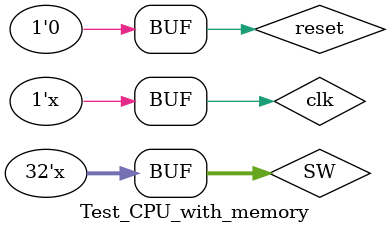
<source format=v>
`timescale 1ns / 1ps


module Test_CPU_with_memory;

	// Inputs
	reg clk;
	reg reset;
	reg [31:0] SW;

	// Outputs
	wire [31:0] LED;

	// Instantiate the Unit Under Test (UUT)
	CPU_with_memory uut (
		.clk(clk), 
		.reset(reset), 
		.SW(SW), 
		.LED(LED)
	);

	initial begin
		// Initialize Inputs
		clk = 0;
		reset = 0;
		SW = 0;

		// Wait 100 ns for global reset to finish
		#100;
        
		// Add stimulus here
		reset = 1;
		#300;
      reset = 0;		
	end
      
always begin
	#10000;
	SW = SW + 1;
end		
		
always begin
	#200;
	clk = !clk;
end

endmodule


</source>
